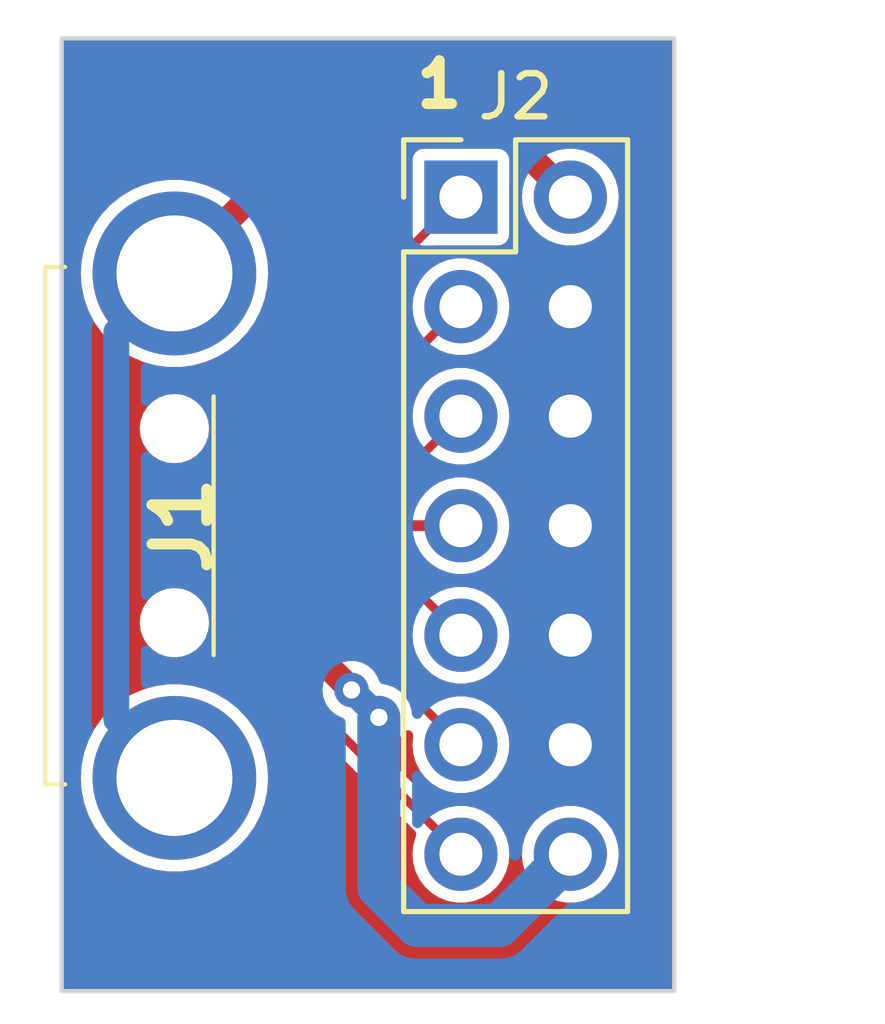
<source format=kicad_pcb>
(kicad_pcb (version 20221018) (generator pcbnew)
  (layers (0 "F.Cu" signal) (31 "B.Cu" signal) (34 "B.Paste" user) (35 "F.Paste" user) (36 "B.SilkS" user "B.Silkscreen") (37 "F.SilkS" user "F.Silkscreen") (38 "B.Mask" user) (39 "F.Mask" user) (44 "Edge.Cuts" user))
  (net 0 "")
  (net 1 "/VBUS")
  (net 2 "/D-")
  (net 3 "/D+")
  (net 4 "/SSRX-")
  (net 5 "/SSRX+")
  (net 6 "/DRAIN")
  (net 7 "/SSTX-")
  (net 8 "/SSTX+")
  (net 9 "/SHIELD")
  (net 10 "GND")
  (footprint "Connector_PinHeader_2.54mm:PinHeader_2x07_P2.54mm_Vertical" (layer "F.Cu") (at 155.829 86.614)
    (fp_text reference "J2" (at 1.27 -2.33) (layer "F.SilkS"))
    (fp_text value "Conn_02x05_Odd_Even")
    (fp_line (start -1.33 -1.33) (end 0 -1.33) (stroke (width 0.12)) (layer "F.SilkS"))
    (fp_line (start -1.33 0) (end -1.33 -1.33) (stroke (width 0.12)) (layer "F.SilkS"))
    (fp_line (start -1.33 1.27) (end -1.33 16.57) (stroke (width 0.12)) (layer "F.SilkS"))
    (fp_line (start -1.33 1.27) (end 1.27 1.27) (stroke (width 0.12)) (layer "F.SilkS"))
    (fp_line (start -1.33 16.57) (end 3.87 16.57) (stroke (width 0.12)) (layer "F.SilkS"))
    (fp_line (start 1.27 -1.33) (end 3.87 -1.33) (stroke (width 0.12)) (layer "F.SilkS"))
    (fp_line (start 1.27 1.27) (end 1.27 -1.33) (stroke (width 0.12)) (layer "F.SilkS"))
    (fp_line (start 3.87 -1.33) (end 3.87 16.57) (stroke (width 0.12)) (layer "F.SilkS"))
    (pad "1" thru_hole rect (at 0 0) (size 1.7 1.7) (drill 1) (layers "*.Cu" "*.Mask") (net 4 "/SSRX-"))
    (pad "2" thru_hole oval (at 2.54 0) (size 1.7 1.7) (drill 1) (layers "*.Cu" "*.Mask") (net 9 "/SHIELD"))
    (pad "3" thru_hole oval (at 0 2.54) (size 1.7 1.7) (drill 1) (layers "*.Cu" "*.Mask") (net 5 "/SSRX+"))
    (pad "4" thru_hole oval (at 2.54 2.54) (size 1.7 1.7) (drill 1) (layers "*.Cu" "*.Mask") (net 10 "GND"))
    (pad "5" thru_hole oval (at 0 5.08) (size 1.7 1.7) (drill 1) (layers "*.Cu" "*.Mask") (net 3 "/D+"))
    (pad "6" thru_hole oval (at 2.54 5.08) (size 1.7 1.7) (drill 1) (layers "*.Cu" "*.Mask") (net 10 "GND"))
    (pad "7" thru_hole oval (at 0 7.62) (size 1.7 1.7) (drill 1) (layers "*.Cu" "*.Mask") (net 6 "/DRAIN"))
    (pad "8" thru_hole oval (at 2.54 7.62) (size 1.7 1.7) (drill 1) (layers "*.Cu" "*.Mask") (net 10 "GND"))
    (pad "9" thru_hole oval (at 0 10.16) (size 1.7 1.7) (drill 1) (layers "*.Cu" "*.Mask") (net 2 "/D-"))
    (pad "10" thru_hole oval (at 2.54 10.16) (size 1.7 1.7) (drill 1) (layers "*.Cu" "*.Mask") (net 10 "GND"))
    (pad "11" thru_hole oval (at 0 12.7) (size 1.7 1.7) (drill 1) (layers "*.Cu" "*.Mask") (net 7 "/SSTX-"))
    (pad "12" thru_hole oval (at 2.54 12.7) (size 1.7 1.7) (drill 1) (layers "*.Cu" "*.Mask") (net 10 "GND"))
    (pad "13" thru_hole oval (at 0 15.24) (size 1.7 1.7) (drill 1) (layers "*.Cu" "*.Mask") (net 8 "/SSTX+"))
    (pad "14" thru_hole oval (at 2.54 15.24) (size 1.7 1.7) (drill 1) (layers "*.Cu" "*.Mask") (net 1 "/VBUS"))
  )
  (footprint "mouser:692112030100" (layer "F.Cu") (at 149.352 94.234 -90)
    (fp_text reference "J1" (at 0 0 -90) (layer "F.SilkS") (effects (font (size 1.27 1.27) (thickness 0.254))))
    (fp_text value "692112030100" hide)
    (fp_line (start -6 2.715) (end -6 3.175) (stroke (width 0.1)) (layer "F.SilkS"))
    (fp_line (start -6 3.175) (end 6 3.175) (stroke (width 0.1)) (layer "F.SilkS"))
    (fp_line (start -3 -0.735) (end 3 -0.735) (stroke (width 0.1)) (layer "F.SilkS"))
    (fp_line (start 6 3.175) (end 6 2.715) (stroke (width 0.1)) (layer "F.SilkS"))
    (pad "" np_thru_hole circle (at -2.25 0.175 270) (size 0.001 0.001) (drill 1.1) (layers "*.Cu" "*.Mask"))
    (pad "" np_thru_hole circle (at 2.25 0.175 270) (size 0.001 0.001) (drill 1.1) (layers "*.Cu" "*.Mask"))
    (pad "1" smd rect (at 3 -2.275 270) (size 0.7 1.8) (layers "F.Cu" "F.Paste" "F.Mask") (net 1 "/VBUS"))
    (pad "2" smd rect (at 1 -2.275 270) (size 0.7 1.8) (layers "F.Cu" "F.Paste" "F.Mask") (net 2 "/D-"))
    (pad "3" smd rect (at -1 -2.275 270) (size 0.7 1.8) (layers "F.Cu" "F.Paste" "F.Mask") (net 3 "/D+"))
    (pad "4" smd rect (at -3 -2.275 270) (size 0.7 1.8) (layers "F.Cu" "F.Paste" "F.Mask") (net 10 "GND"))
    (pad "5" smd rect (at -4 -2.275 270) (size 0.7 1.8) (layers "F.Cu" "F.Paste" "F.Mask") (net 4 "/SSRX-"))
    (pad "6" smd rect (at -2 -2.275 270) (size 0.7 1.8) (layers "F.Cu" "F.Paste" "F.Mask") (net 5 "/SSRX+"))
    (pad "7" smd rect (at 0 -2.275 270) (size 0.7 1.8) (layers "F.Cu" "F.Paste" "F.Mask") (net 6 "/DRAIN"))
    (pad "8" smd rect (at 2 -2.275 270) (size 0.7 1.8) (layers "F.Cu" "F.Paste" "F.Mask") (net 7 "/SSTX-"))
    (pad "9" smd rect (at 4 -2.275 270) (size 0.7 1.8) (layers "F.Cu" "F.Paste" "F.Mask") (net 8 "/SSTX+"))
    (pad "10" thru_hole circle (at -5.85 0.175 270) (size 3.8 3.8) (drill 2.6926) (layers "*.Cu" "*.Mask") (net 9 "/SHIELD"))
    (pad "11" thru_hole circle (at 5.85 0.175 270) (size 3.8 3.8) (drill 2.6926) (layers "*.Cu" "*.Mask") (net 9 "/SHIELD"))
  )
  (gr_rect (start 146.558 82.931) (end 160.782 105.029) (stroke (width 0.1)) (fill none) (layer "Edge.Cuts"))
  (gr_text "1" (at 154.686 84.582) (layer "F.SilkS") (effects (font (size 1 1) (thickness 0.25) bold) (justify left bottom)))
  (segment (start 153.289 98.044) (end 153.289 98.044) (width 0.25) (layer "F.Cu") (net 1))
  (segment (start 153.924 98.679) (end 153.67 98.425) (width 0.25) (layer "F.Cu") (net 1))
  (segment (start 153.289 98.044) (end 153.289 98.044) (width 0.25) (layer "F.Cu") (net 1))
  (segment (start 152.479 97.234) (end 153.289 98.044) (width 0.6) (layer "F.Cu") (net 1))
  (segment (start 151.627 97.234) (end 152.479 97.234) (width 0.25) (layer "F.Cu") (net 1))
  (via (at 153.924 98.679) (size 0.8) (drill 0.4) (layers "F.Cu" "B.Cu") (net 1))
  (via (at 153.289 98.044) (size 0.8) (drill 0.4) (layers "F.Cu" "B.Cu") (net 1))
  (via (at 153.924 98.679) (size 0.8) (drill 0.4) (layers "F.Cu" "B.Cu") (net 1))
  (segment (start 154.813 103.505) (end 156.718 103.505) (width 1) (layer "B.Cu") (net 1))
  (segment (start 153.289 98.044) (end 153.924 98.679) (width 0.6) (layer "B.Cu") (net 1))
  (segment (start 156.718 103.505) (end 158.369 101.854) (width 1) (layer "B.Cu") (net 1))
  (segment (start 153.924 98.679) (end 153.924 102.616) (width 1) (layer "B.Cu") (net 1))
  (segment (start 153.924 102.616) (end 154.813 103.505) (width 1) (layer "B.Cu") (net 1))
  (segment (start 154.289 95.234) (end 155.829 96.774) (width 0.2) (layer "F.Cu") (net 2))
  (segment (start 151.627 95.234) (end 154.289 95.234) (width 0.2) (layer "F.Cu") (net 2))
  (segment (start 154.289 93.234) (end 155.829 91.694) (width 0.2) (layer "F.Cu") (net 3))
  (segment (start 151.627 93.234) (end 154.289 93.234) (width 0.2) (layer "F.Cu") (net 3))
  (segment (start 152.209 90.234) (end 155.829 86.614) (width 0.2) (layer "F.Cu") (net 4))
  (segment (start 151.627 90.234) (end 152.209 90.234) (width 0.2) (layer "F.Cu") (net 4))
  (segment (start 152.749 92.234) (end 155.829 89.154) (width 0.2) (layer "F.Cu") (net 5))
  (segment (start 151.627 92.234) (end 152.749 92.234) (width 0.2) (layer "F.Cu") (net 5))
  (segment (start 151.627 94.234) (end 155.829 94.234) (width 0.25) (layer "F.Cu") (net 6))
  (segment (start 152.749 96.234) (end 155.829 99.314) (width 0.2) (layer "F.Cu") (net 7))
  (segment (start 151.627 96.234) (end 152.749 96.234) (width 0.2) (layer "F.Cu") (net 7))
  (segment (start 151.627 98.234) (end 152.209 98.234) (width 0.2) (layer "F.Cu") (net 8))
  (segment (start 152.209 98.234) (end 155.829 101.854) (width 0.2) (layer "F.Cu") (net 8))
  (segment (start 152.725 84.836) (end 156.591 84.836) (width 0.6) (layer "F.Cu") (net 9))
  (segment (start 149.177 88.384) (end 152.725 84.836) (width 0.6) (layer "F.Cu") (net 9))
  (segment (start 156.591 84.836) (end 158.369 86.614) (width 0.6) (layer "F.Cu") (net 9))
  (segment (start 149.177 100.084) (end 149.677 100.584) (width 0.5) (layer "B.Cu") (net 9))
  (segment (start 149.177 88.384) (end 147.828 89.733) (width 0.25) (layer "B.Cu") (net 9))
  (segment (start 147.828 98.735) (end 149.177 100.084) (width 0.25) (layer "B.Cu") (net 9))
  (segment (start 147.828 89.733) (end 147.828 98.735) (width 0.6) (layer "B.Cu") (net 9))
  (segment (start 158.369 99.314) (end 158.369 89.154) (width 1) (layer "F.Cu") (net 10))
  (zone (net 10) (net_name "GND") (layers "F&B.Cu") (connect_pads yes (clearance 0.27)) (min_thickness 0.25) (fill yes (thermal_gap 0.5) (thermal_bridge_width 0.5))
    (polygon (pts (xy 145.669 82.042) (xy 161.671 82.042) (xy 161.671 105.791) (xy 145.415 105.791)))
  )
)
</source>
